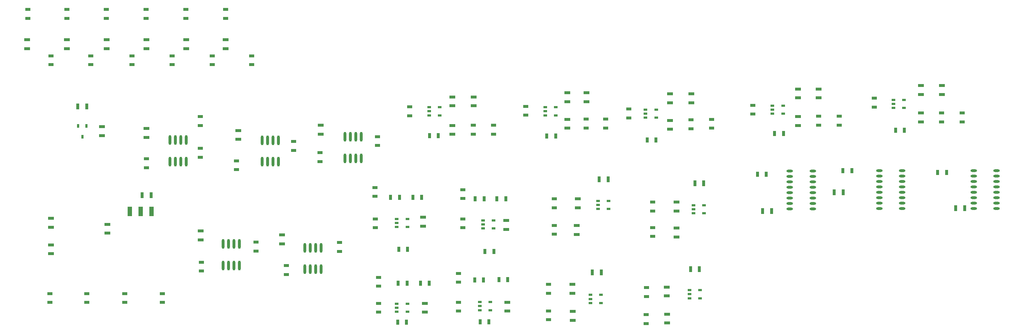
<source format=gbr>
%TF.GenerationSoftware,Altium Limited,Altium Designer,21.2.2 (38)*%
G04 Layer_Color=8421504*
%FSLAX26Y26*%
%MOIN*%
%TF.SameCoordinates,72563302-9CA4-4070-8E96-6B9CF41BC73D*%
%TF.FilePolarity,Positive*%
%TF.FileFunction,Paste,Top*%
%TF.Part,Single*%
G01*
G75*
%TA.AperFunction,SMDPad,CuDef*%
%ADD10R,0.023622X0.035433*%
%ADD11R,0.042000X0.085000*%
%ADD12R,0.049213X0.027559*%
%ADD13R,0.027559X0.049213*%
%ADD14R,0.035433X0.023622*%
%ADD15O,0.023622X0.090551*%
%ADD16R,0.053150X0.029528*%
%ADD17R,0.029528X0.053150*%
%ADD18O,0.059055X0.023622*%
D10*
X1144804Y-1315000D02*
D03*
X1070000D02*
D03*
X1107402Y-1413426D02*
D03*
D11*
X1545000Y-2105000D02*
D03*
X1645000D02*
D03*
X1745000D02*
D03*
D12*
X2195000Y-1228662D02*
D03*
Y-1311338D02*
D03*
X3480000Y-2475788D02*
D03*
Y-2393112D02*
D03*
X2710000Y-2471338D02*
D03*
Y-2388662D02*
D03*
X3830000Y-1496338D02*
D03*
Y-1413662D02*
D03*
X3055000Y-1542088D02*
D03*
Y-1459410D02*
D03*
X2195000Y-1603738D02*
D03*
Y-1521062D02*
D03*
X2987268Y-2688188D02*
D03*
Y-2605512D02*
D03*
X2205000Y-2656338D02*
D03*
Y-2573662D02*
D03*
X3300000Y-1643938D02*
D03*
Y-1561262D02*
D03*
X2530000Y-1719488D02*
D03*
Y-1636810D02*
D03*
X1700000Y-1701338D02*
D03*
Y-1618662D02*
D03*
X6310000Y-2891338D02*
D03*
Y-2808662D02*
D03*
X6305000Y-3141338D02*
D03*
Y-3058662D02*
D03*
X6365000Y-2101338D02*
D03*
Y-2018662D02*
D03*
Y-2336338D02*
D03*
Y-2253662D02*
D03*
X5405000Y-2861338D02*
D03*
Y-2778662D02*
D03*
Y-3106338D02*
D03*
Y-3023662D02*
D03*
X5460000Y-2071338D02*
D03*
Y-1988662D02*
D03*
Y-2316338D02*
D03*
Y-2233662D02*
D03*
X3840000Y-2953662D02*
D03*
Y-3036338D02*
D03*
Y-2796338D02*
D03*
Y-2713662D02*
D03*
X4575000Y-2943662D02*
D03*
Y-3026338D02*
D03*
Y-2760000D02*
D03*
Y-2677322D02*
D03*
X4615000Y-2173662D02*
D03*
Y-2256338D02*
D03*
Y-1986338D02*
D03*
Y-1903662D02*
D03*
X3810000Y-2173662D02*
D03*
Y-2256338D02*
D03*
X3805000Y-1966338D02*
D03*
Y-1883662D02*
D03*
X810000Y-2863662D02*
D03*
Y-2946338D02*
D03*
X1845000D02*
D03*
Y-2863662D02*
D03*
X1500000Y-2946338D02*
D03*
Y-2863662D02*
D03*
X1150000D02*
D03*
Y-2946338D02*
D03*
X8410000Y-1058662D02*
D03*
Y-1141338D02*
D03*
X9027874Y-1276772D02*
D03*
Y-1194094D02*
D03*
X9217874D02*
D03*
Y-1276772D02*
D03*
X7288662Y-1123662D02*
D03*
Y-1206338D02*
D03*
X6143662Y-1158662D02*
D03*
Y-1241338D02*
D03*
X7893662Y-1309370D02*
D03*
Y-1226692D02*
D03*
X8083662D02*
D03*
Y-1309370D02*
D03*
X6720000Y-1341338D02*
D03*
Y-1258662D02*
D03*
X6910000Y-1253662D02*
D03*
Y-1336338D02*
D03*
X5195000Y-1133662D02*
D03*
Y-1216338D02*
D03*
X4125000Y-1138662D02*
D03*
Y-1221338D02*
D03*
X5751216Y-1334370D02*
D03*
Y-1251692D02*
D03*
X5930708D02*
D03*
Y-1334370D02*
D03*
X4711216Y-1391338D02*
D03*
Y-1308662D02*
D03*
X4898662D02*
D03*
Y-1391338D02*
D03*
X2428032Y-321338D02*
D03*
Y-238662D02*
D03*
X2062032Y-321338D02*
D03*
Y-238662D02*
D03*
X1696032Y-321338D02*
D03*
Y-238662D02*
D03*
X2670000Y-667322D02*
D03*
Y-750000D02*
D03*
X2305000Y-667322D02*
D03*
Y-750000D02*
D03*
X1935000Y-667322D02*
D03*
Y-750000D02*
D03*
X1330032Y-321338D02*
D03*
Y-238662D02*
D03*
X964032Y-321338D02*
D03*
Y-238662D02*
D03*
X605000Y-321338D02*
D03*
Y-238662D02*
D03*
X1565000Y-667322D02*
D03*
Y-750000D02*
D03*
X1185000Y-667322D02*
D03*
Y-750000D02*
D03*
X820000Y-667322D02*
D03*
Y-750000D02*
D03*
D13*
X4013662Y-3130000D02*
D03*
X4096338D02*
D03*
X4773662Y-3125000D02*
D03*
X4856338D02*
D03*
X4018662Y-2770000D02*
D03*
X4101338D02*
D03*
X4723662Y-2740000D02*
D03*
X4806338D02*
D03*
X4223662Y-2770000D02*
D03*
X4306338D02*
D03*
X4947322Y-2735000D02*
D03*
X5030000D02*
D03*
X4818662Y-2475000D02*
D03*
X4901338D02*
D03*
X4023662Y-2455000D02*
D03*
X4106338D02*
D03*
X4728662Y-1990000D02*
D03*
X4811338D02*
D03*
X3948662Y-1975000D02*
D03*
X4031338D02*
D03*
X4928662Y-1990000D02*
D03*
X5011338D02*
D03*
X4153662Y-1975000D02*
D03*
X4236338D02*
D03*
X8603662Y-1355000D02*
D03*
X8686338D02*
D03*
X7488662Y-1385000D02*
D03*
X7571338D02*
D03*
X6313662Y-1445000D02*
D03*
X6396338D02*
D03*
X5388662Y-1410000D02*
D03*
X5471338D02*
D03*
X4307322Y-1405000D02*
D03*
X4390000D02*
D03*
X8992662Y-1745000D02*
D03*
X9075338D02*
D03*
X8118662Y-1730000D02*
D03*
X8201338D02*
D03*
X7330662Y-1761000D02*
D03*
X7413338D02*
D03*
D14*
X6803426Y-2832598D02*
D03*
Y-2907402D02*
D03*
X6705000D02*
D03*
Y-2870000D02*
D03*
Y-2832598D02*
D03*
X6839212Y-2047598D02*
D03*
Y-2122402D02*
D03*
X6740788D02*
D03*
Y-2085000D02*
D03*
Y-2047598D02*
D03*
X5889212Y-2876260D02*
D03*
Y-2951062D02*
D03*
X5790788D02*
D03*
Y-2913662D02*
D03*
Y-2876260D02*
D03*
X5959212Y-2007598D02*
D03*
Y-2082402D02*
D03*
X5860788D02*
D03*
Y-2045000D02*
D03*
Y-2007598D02*
D03*
X4104212Y-2957598D02*
D03*
Y-3032402D02*
D03*
X4005788D02*
D03*
Y-2995000D02*
D03*
Y-2957598D02*
D03*
X4869212Y-2942598D02*
D03*
Y-3017402D02*
D03*
X4770788D02*
D03*
Y-2980000D02*
D03*
Y-2942598D02*
D03*
X4899212Y-2187598D02*
D03*
Y-2262402D02*
D03*
X4800788D02*
D03*
Y-2225000D02*
D03*
Y-2187598D02*
D03*
X4105000Y-2175000D02*
D03*
Y-2249804D02*
D03*
X4006574D02*
D03*
Y-2212402D02*
D03*
Y-2175000D02*
D03*
X8682086Y-1075000D02*
D03*
Y-1149804D02*
D03*
X8583662D02*
D03*
Y-1112402D02*
D03*
Y-1075000D02*
D03*
X7567874Y-1127598D02*
D03*
Y-1202402D02*
D03*
X7469448D02*
D03*
Y-1165000D02*
D03*
Y-1127598D02*
D03*
X6398662Y-1165000D02*
D03*
Y-1239804D02*
D03*
X6300236D02*
D03*
Y-1202402D02*
D03*
Y-1165000D02*
D03*
X5472874Y-1142598D02*
D03*
Y-1217402D02*
D03*
X5374448D02*
D03*
Y-1180000D02*
D03*
Y-1142598D02*
D03*
X4402874D02*
D03*
Y-1217402D02*
D03*
X4304448D02*
D03*
Y-1180000D02*
D03*
Y-1142598D02*
D03*
D15*
X3160000Y-2638426D02*
D03*
X3210000D02*
D03*
X3260000D02*
D03*
X3310000D02*
D03*
X3160000Y-2441574D02*
D03*
X3210000D02*
D03*
X3260000D02*
D03*
X3310000D02*
D03*
X2405000Y-2603426D02*
D03*
X2455000D02*
D03*
X2505000D02*
D03*
X2555000D02*
D03*
X2405000Y-2406574D02*
D03*
X2455000D02*
D03*
X2505000D02*
D03*
X2555000D02*
D03*
X3530000Y-1613426D02*
D03*
X3580000D02*
D03*
X3630000D02*
D03*
X3680000D02*
D03*
X3530000Y-1416574D02*
D03*
X3580000D02*
D03*
X3630000D02*
D03*
X3680000D02*
D03*
X2765000Y-1646574D02*
D03*
X2815000D02*
D03*
X2865000D02*
D03*
X2915000D02*
D03*
X2765000Y-1449724D02*
D03*
X2815000D02*
D03*
X2865000D02*
D03*
X2915000D02*
D03*
X1915000Y-1643426D02*
D03*
X1965000D02*
D03*
X2015000D02*
D03*
X2065000D02*
D03*
X1915000Y-1446574D02*
D03*
X1965000D02*
D03*
X2015000D02*
D03*
X2065000D02*
D03*
D16*
X2430000Y-601338D02*
D03*
Y-518662D02*
D03*
X2064000Y-601338D02*
D03*
Y-518662D02*
D03*
X1698000Y-601338D02*
D03*
Y-518662D02*
D03*
X1332000Y-601338D02*
D03*
Y-518662D02*
D03*
X966000Y-601338D02*
D03*
Y-518662D02*
D03*
X600000Y-601338D02*
D03*
Y-518662D02*
D03*
X6495000Y-2886338D02*
D03*
Y-2803662D02*
D03*
X6500000Y-3053662D02*
D03*
Y-3136338D02*
D03*
X6585000Y-2101338D02*
D03*
Y-2018662D02*
D03*
Y-2258662D02*
D03*
Y-2341338D02*
D03*
X5625000Y-2861338D02*
D03*
Y-2778662D02*
D03*
X5630000Y-3028662D02*
D03*
Y-3111338D02*
D03*
X5675000Y-2071338D02*
D03*
Y-1988662D02*
D03*
X5665000Y-2235000D02*
D03*
Y-2317678D02*
D03*
X4265000Y-3036338D02*
D03*
Y-2953662D02*
D03*
X5025000Y-3026338D02*
D03*
Y-2943662D02*
D03*
X5015000Y-2271338D02*
D03*
Y-2188662D02*
D03*
X4250000Y-2241338D02*
D03*
Y-2158662D02*
D03*
X1287402Y-1405552D02*
D03*
Y-1322874D02*
D03*
X1340000Y-2223662D02*
D03*
Y-2306338D02*
D03*
X820000Y-2168662D02*
D03*
Y-2251338D02*
D03*
Y-2413662D02*
D03*
Y-2496338D02*
D03*
X2950000Y-2321496D02*
D03*
Y-2404172D02*
D03*
X2198764Y-2286496D02*
D03*
Y-2369172D02*
D03*
X3306236Y-1308188D02*
D03*
Y-1390866D02*
D03*
X1700000Y-1338662D02*
D03*
Y-1421338D02*
D03*
X2545000Y-1356810D02*
D03*
Y-1439488D02*
D03*
X9030320Y-941062D02*
D03*
Y-1023740D02*
D03*
X8837874Y-941062D02*
D03*
Y-1023740D02*
D03*
Y-1196062D02*
D03*
Y-1278740D02*
D03*
X7896108Y-973662D02*
D03*
Y-1056338D02*
D03*
X7703662Y-973662D02*
D03*
Y-1056338D02*
D03*
X6721108Y-1018662D02*
D03*
Y-1101338D02*
D03*
X7703662Y-1228662D02*
D03*
Y-1311338D02*
D03*
X6523662Y-1018662D02*
D03*
Y-1101338D02*
D03*
Y-1263662D02*
D03*
Y-1346338D02*
D03*
X5753662Y-1008662D02*
D03*
Y-1091338D02*
D03*
X4713662Y-1047322D02*
D03*
Y-1130000D02*
D03*
X5578662Y-1008662D02*
D03*
Y-1091338D02*
D03*
X4518662Y-1047322D02*
D03*
Y-1130000D02*
D03*
X5578662Y-1253662D02*
D03*
Y-1336338D02*
D03*
X4518662Y-1310630D02*
D03*
Y-1393308D02*
D03*
D17*
X6713662Y-2640000D02*
D03*
X6796338D02*
D03*
X6753662Y-1845000D02*
D03*
X6836338D02*
D03*
X5808662Y-2670000D02*
D03*
X5891338D02*
D03*
X5872322Y-1810000D02*
D03*
X5955000D02*
D03*
X1066062Y-1134212D02*
D03*
X1148740D02*
D03*
X1658662Y-1955000D02*
D03*
X1741338D02*
D03*
X9157662Y-2074000D02*
D03*
X9240338D02*
D03*
X8039324Y-1927000D02*
D03*
X8122000D02*
D03*
X7379662Y-2102000D02*
D03*
X7462338D02*
D03*
D18*
X8453700Y-1730000D02*
D03*
Y-1780000D02*
D03*
Y-1830000D02*
D03*
Y-1880000D02*
D03*
Y-1930000D02*
D03*
Y-1980000D02*
D03*
Y-2030000D02*
D03*
Y-2080000D02*
D03*
X8666300Y-1730000D02*
D03*
Y-1780000D02*
D03*
Y-1830000D02*
D03*
Y-1880000D02*
D03*
Y-1930000D02*
D03*
Y-1980000D02*
D03*
Y-2030000D02*
D03*
Y-2080000D02*
D03*
X7841300Y-2082500D02*
D03*
Y-2032500D02*
D03*
Y-1982500D02*
D03*
Y-1932500D02*
D03*
Y-1882500D02*
D03*
Y-1832500D02*
D03*
Y-1782500D02*
D03*
Y-1732500D02*
D03*
X7628700Y-2082500D02*
D03*
Y-2032500D02*
D03*
Y-1982500D02*
D03*
Y-1932500D02*
D03*
Y-1882500D02*
D03*
Y-1832500D02*
D03*
Y-1782500D02*
D03*
Y-1732500D02*
D03*
X9536300Y-2080000D02*
D03*
Y-2030000D02*
D03*
Y-1980000D02*
D03*
Y-1930000D02*
D03*
Y-1880000D02*
D03*
Y-1830000D02*
D03*
Y-1780000D02*
D03*
Y-1730000D02*
D03*
X9323700Y-2080000D02*
D03*
Y-2030000D02*
D03*
Y-1980000D02*
D03*
Y-1930000D02*
D03*
Y-1880000D02*
D03*
Y-1830000D02*
D03*
Y-1780000D02*
D03*
Y-1730000D02*
D03*
%TF.MD5,83360f999ad3a736418e040da2f7a862*%
M02*

</source>
